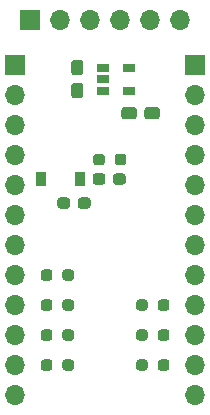
<source format=gbr>
G04 #@! TF.GenerationSoftware,KiCad,Pcbnew,(5.1.10-0-10_14)*
G04 #@! TF.CreationDate,2021-05-24T18:06:32+02:00*
G04 #@! TF.ProjectId,pic-breakout,7069632d-6272-4656-916b-6f75742e6b69,rev?*
G04 #@! TF.SameCoordinates,Original*
G04 #@! TF.FileFunction,Soldermask,Bot*
G04 #@! TF.FilePolarity,Negative*
%FSLAX46Y46*%
G04 Gerber Fmt 4.6, Leading zero omitted, Abs format (unit mm)*
G04 Created by KiCad (PCBNEW (5.1.10-0-10_14)) date 2021-05-24 18:06:32*
%MOMM*%
%LPD*%
G01*
G04 APERTURE LIST*
%ADD10O,1.700000X1.700000*%
%ADD11R,1.700000X1.700000*%
%ADD12R,0.900000X1.200000*%
%ADD13R,1.060000X0.650000*%
G04 APERTURE END LIST*
D10*
X198755000Y-144145000D03*
X198755000Y-141605000D03*
X198755000Y-139065000D03*
X198755000Y-136525000D03*
X198755000Y-133985000D03*
X198755000Y-131445000D03*
X198755000Y-128905000D03*
X198755000Y-126365000D03*
X198755000Y-123825000D03*
X198755000Y-121285000D03*
X198755000Y-118745000D03*
D11*
X198755000Y-116205000D03*
D10*
X183515000Y-144145000D03*
X183515000Y-141605000D03*
X183515000Y-139065000D03*
X183515000Y-136525000D03*
X183515000Y-133985000D03*
X183515000Y-131445000D03*
X183515000Y-128905000D03*
X183515000Y-126365000D03*
X183515000Y-123825000D03*
X183515000Y-121285000D03*
X183515000Y-118745000D03*
D11*
X183515000Y-116205000D03*
G36*
G01*
X186669500Y-133747500D02*
X186669500Y-134222500D01*
G75*
G02*
X186432000Y-134460000I-237500J0D01*
G01*
X185932000Y-134460000D01*
G75*
G02*
X185694500Y-134222500I0J237500D01*
G01*
X185694500Y-133747500D01*
G75*
G02*
X185932000Y-133510000I237500J0D01*
G01*
X186432000Y-133510000D01*
G75*
G02*
X186669500Y-133747500I0J-237500D01*
G01*
G37*
G36*
G01*
X188494500Y-133747500D02*
X188494500Y-134222500D01*
G75*
G02*
X188257000Y-134460000I-237500J0D01*
G01*
X187757000Y-134460000D01*
G75*
G02*
X187519500Y-134222500I0J237500D01*
G01*
X187519500Y-133747500D01*
G75*
G02*
X187757000Y-133510000I237500J0D01*
G01*
X188257000Y-133510000D01*
G75*
G02*
X188494500Y-133747500I0J-237500D01*
G01*
G37*
G36*
G01*
X186669500Y-138827500D02*
X186669500Y-139302500D01*
G75*
G02*
X186432000Y-139540000I-237500J0D01*
G01*
X185932000Y-139540000D01*
G75*
G02*
X185694500Y-139302500I0J237500D01*
G01*
X185694500Y-138827500D01*
G75*
G02*
X185932000Y-138590000I237500J0D01*
G01*
X186432000Y-138590000D01*
G75*
G02*
X186669500Y-138827500I0J-237500D01*
G01*
G37*
G36*
G01*
X188494500Y-138827500D02*
X188494500Y-139302500D01*
G75*
G02*
X188257000Y-139540000I-237500J0D01*
G01*
X187757000Y-139540000D01*
G75*
G02*
X187519500Y-139302500I0J237500D01*
G01*
X187519500Y-138827500D01*
G75*
G02*
X187757000Y-138590000I237500J0D01*
G01*
X188257000Y-138590000D01*
G75*
G02*
X188494500Y-138827500I0J-237500D01*
G01*
G37*
G36*
G01*
X186669500Y-136287500D02*
X186669500Y-136762500D01*
G75*
G02*
X186432000Y-137000000I-237500J0D01*
G01*
X185932000Y-137000000D01*
G75*
G02*
X185694500Y-136762500I0J237500D01*
G01*
X185694500Y-136287500D01*
G75*
G02*
X185932000Y-136050000I237500J0D01*
G01*
X186432000Y-136050000D01*
G75*
G02*
X186669500Y-136287500I0J-237500D01*
G01*
G37*
G36*
G01*
X188494500Y-136287500D02*
X188494500Y-136762500D01*
G75*
G02*
X188257000Y-137000000I-237500J0D01*
G01*
X187757000Y-137000000D01*
G75*
G02*
X187519500Y-136762500I0J237500D01*
G01*
X187519500Y-136287500D01*
G75*
G02*
X187757000Y-136050000I237500J0D01*
G01*
X188257000Y-136050000D01*
G75*
G02*
X188494500Y-136287500I0J-237500D01*
G01*
G37*
G36*
G01*
X194467000Y-120544001D02*
X194467000Y-119993999D01*
G75*
G02*
X194716999Y-119744000I249999J0D01*
G01*
X195517001Y-119744000D01*
G75*
G02*
X195767000Y-119993999I0J-249999D01*
G01*
X195767000Y-120544001D01*
G75*
G02*
X195517001Y-120794000I-249999J0D01*
G01*
X194716999Y-120794000D01*
G75*
G02*
X194467000Y-120544001I0J249999D01*
G01*
G37*
G36*
G01*
X192517000Y-120544001D02*
X192517000Y-119993999D01*
G75*
G02*
X192766999Y-119744000I249999J0D01*
G01*
X193567001Y-119744000D01*
G75*
G02*
X193817000Y-119993999I0J-249999D01*
G01*
X193817000Y-120544001D01*
G75*
G02*
X193567001Y-120794000I-249999J0D01*
G01*
X192766999Y-120794000D01*
G75*
G02*
X192517000Y-120544001I0J249999D01*
G01*
G37*
G36*
G01*
X189060501Y-117064000D02*
X188510499Y-117064000D01*
G75*
G02*
X188260500Y-116814001I0J249999D01*
G01*
X188260500Y-116013999D01*
G75*
G02*
X188510499Y-115764000I249999J0D01*
G01*
X189060501Y-115764000D01*
G75*
G02*
X189310500Y-116013999I0J-249999D01*
G01*
X189310500Y-116814001D01*
G75*
G02*
X189060501Y-117064000I-249999J0D01*
G01*
G37*
G36*
G01*
X189060501Y-119014000D02*
X188510499Y-119014000D01*
G75*
G02*
X188260500Y-118764001I0J249999D01*
G01*
X188260500Y-117963999D01*
G75*
G02*
X188510499Y-117714000I249999J0D01*
G01*
X189060501Y-117714000D01*
G75*
G02*
X189310500Y-117963999I0J-249999D01*
G01*
X189310500Y-118764001D01*
G75*
G02*
X189060501Y-119014000I-249999J0D01*
G01*
G37*
G36*
G01*
X195600500Y-136762500D02*
X195600500Y-136287500D01*
G75*
G02*
X195838000Y-136050000I237500J0D01*
G01*
X196338000Y-136050000D01*
G75*
G02*
X196575500Y-136287500I0J-237500D01*
G01*
X196575500Y-136762500D01*
G75*
G02*
X196338000Y-137000000I-237500J0D01*
G01*
X195838000Y-137000000D01*
G75*
G02*
X195600500Y-136762500I0J237500D01*
G01*
G37*
G36*
G01*
X193775500Y-136762500D02*
X193775500Y-136287500D01*
G75*
G02*
X194013000Y-136050000I237500J0D01*
G01*
X194513000Y-136050000D01*
G75*
G02*
X194750500Y-136287500I0J-237500D01*
G01*
X194750500Y-136762500D01*
G75*
G02*
X194513000Y-137000000I-237500J0D01*
G01*
X194013000Y-137000000D01*
G75*
G02*
X193775500Y-136762500I0J237500D01*
G01*
G37*
G36*
G01*
X195600500Y-141842500D02*
X195600500Y-141367500D01*
G75*
G02*
X195838000Y-141130000I237500J0D01*
G01*
X196338000Y-141130000D01*
G75*
G02*
X196575500Y-141367500I0J-237500D01*
G01*
X196575500Y-141842500D01*
G75*
G02*
X196338000Y-142080000I-237500J0D01*
G01*
X195838000Y-142080000D01*
G75*
G02*
X195600500Y-141842500I0J237500D01*
G01*
G37*
G36*
G01*
X193775500Y-141842500D02*
X193775500Y-141367500D01*
G75*
G02*
X194013000Y-141130000I237500J0D01*
G01*
X194513000Y-141130000D01*
G75*
G02*
X194750500Y-141367500I0J-237500D01*
G01*
X194750500Y-141842500D01*
G75*
G02*
X194513000Y-142080000I-237500J0D01*
G01*
X194013000Y-142080000D01*
G75*
G02*
X193775500Y-141842500I0J237500D01*
G01*
G37*
G36*
G01*
X195600500Y-139302500D02*
X195600500Y-138827500D01*
G75*
G02*
X195838000Y-138590000I237500J0D01*
G01*
X196338000Y-138590000D01*
G75*
G02*
X196575500Y-138827500I0J-237500D01*
G01*
X196575500Y-139302500D01*
G75*
G02*
X196338000Y-139540000I-237500J0D01*
G01*
X195838000Y-139540000D01*
G75*
G02*
X195600500Y-139302500I0J237500D01*
G01*
G37*
G36*
G01*
X193775500Y-139302500D02*
X193775500Y-138827500D01*
G75*
G02*
X194013000Y-138590000I237500J0D01*
G01*
X194513000Y-138590000D01*
G75*
G02*
X194750500Y-138827500I0J-237500D01*
G01*
X194750500Y-139302500D01*
G75*
G02*
X194513000Y-139540000I-237500J0D01*
G01*
X194013000Y-139540000D01*
G75*
G02*
X193775500Y-139302500I0J237500D01*
G01*
G37*
G36*
G01*
X191114500Y-123968500D02*
X191114500Y-124443500D01*
G75*
G02*
X190877000Y-124681000I-237500J0D01*
G01*
X190377000Y-124681000D01*
G75*
G02*
X190139500Y-124443500I0J237500D01*
G01*
X190139500Y-123968500D01*
G75*
G02*
X190377000Y-123731000I237500J0D01*
G01*
X190877000Y-123731000D01*
G75*
G02*
X191114500Y-123968500I0J-237500D01*
G01*
G37*
G36*
G01*
X192939500Y-123968500D02*
X192939500Y-124443500D01*
G75*
G02*
X192702000Y-124681000I-237500J0D01*
G01*
X192202000Y-124681000D01*
G75*
G02*
X191964500Y-124443500I0J237500D01*
G01*
X191964500Y-123968500D01*
G75*
G02*
X192202000Y-123731000I237500J0D01*
G01*
X192702000Y-123731000D01*
G75*
G02*
X192939500Y-123968500I0J-237500D01*
G01*
G37*
G36*
G01*
X186669500Y-141367500D02*
X186669500Y-141842500D01*
G75*
G02*
X186432000Y-142080000I-237500J0D01*
G01*
X185932000Y-142080000D01*
G75*
G02*
X185694500Y-141842500I0J237500D01*
G01*
X185694500Y-141367500D01*
G75*
G02*
X185932000Y-141130000I237500J0D01*
G01*
X186432000Y-141130000D01*
G75*
G02*
X186669500Y-141367500I0J-237500D01*
G01*
G37*
G36*
G01*
X188494500Y-141367500D02*
X188494500Y-141842500D01*
G75*
G02*
X188257000Y-142080000I-237500J0D01*
G01*
X187757000Y-142080000D01*
G75*
G02*
X187519500Y-141842500I0J237500D01*
G01*
X187519500Y-141367500D01*
G75*
G02*
X187757000Y-141130000I237500J0D01*
G01*
X188257000Y-141130000D01*
G75*
G02*
X188494500Y-141367500I0J-237500D01*
G01*
G37*
D10*
X197485000Y-112395000D03*
X194945000Y-112395000D03*
X192405000Y-112395000D03*
X189865000Y-112395000D03*
X187325000Y-112395000D03*
D11*
X184785000Y-112395000D03*
D12*
X188974000Y-125857000D03*
X185674000Y-125857000D03*
G36*
G01*
X188180000Y-127651500D02*
X188180000Y-128126500D01*
G75*
G02*
X187942500Y-128364000I-237500J0D01*
G01*
X187342500Y-128364000D01*
G75*
G02*
X187105000Y-128126500I0J237500D01*
G01*
X187105000Y-127651500D01*
G75*
G02*
X187342500Y-127414000I237500J0D01*
G01*
X187942500Y-127414000D01*
G75*
G02*
X188180000Y-127651500I0J-237500D01*
G01*
G37*
G36*
G01*
X189905000Y-127651500D02*
X189905000Y-128126500D01*
G75*
G02*
X189667500Y-128364000I-237500J0D01*
G01*
X189067500Y-128364000D01*
G75*
G02*
X188830000Y-128126500I0J237500D01*
G01*
X188830000Y-127651500D01*
G75*
G02*
X189067500Y-127414000I237500J0D01*
G01*
X189667500Y-127414000D01*
G75*
G02*
X189905000Y-127651500I0J-237500D01*
G01*
G37*
G36*
G01*
X191814500Y-126094500D02*
X191814500Y-125619500D01*
G75*
G02*
X192052000Y-125382000I237500J0D01*
G01*
X192652000Y-125382000D01*
G75*
G02*
X192889500Y-125619500I0J-237500D01*
G01*
X192889500Y-126094500D01*
G75*
G02*
X192652000Y-126332000I-237500J0D01*
G01*
X192052000Y-126332000D01*
G75*
G02*
X191814500Y-126094500I0J237500D01*
G01*
G37*
G36*
G01*
X190089500Y-126094500D02*
X190089500Y-125619500D01*
G75*
G02*
X190327000Y-125382000I237500J0D01*
G01*
X190927000Y-125382000D01*
G75*
G02*
X191164500Y-125619500I0J-237500D01*
G01*
X191164500Y-126094500D01*
G75*
G02*
X190927000Y-126332000I-237500J0D01*
G01*
X190327000Y-126332000D01*
G75*
G02*
X190089500Y-126094500I0J237500D01*
G01*
G37*
D13*
X193187500Y-118361500D03*
X193187500Y-116461500D03*
X190987500Y-116461500D03*
X190987500Y-117411500D03*
X190987500Y-118361500D03*
M02*

</source>
